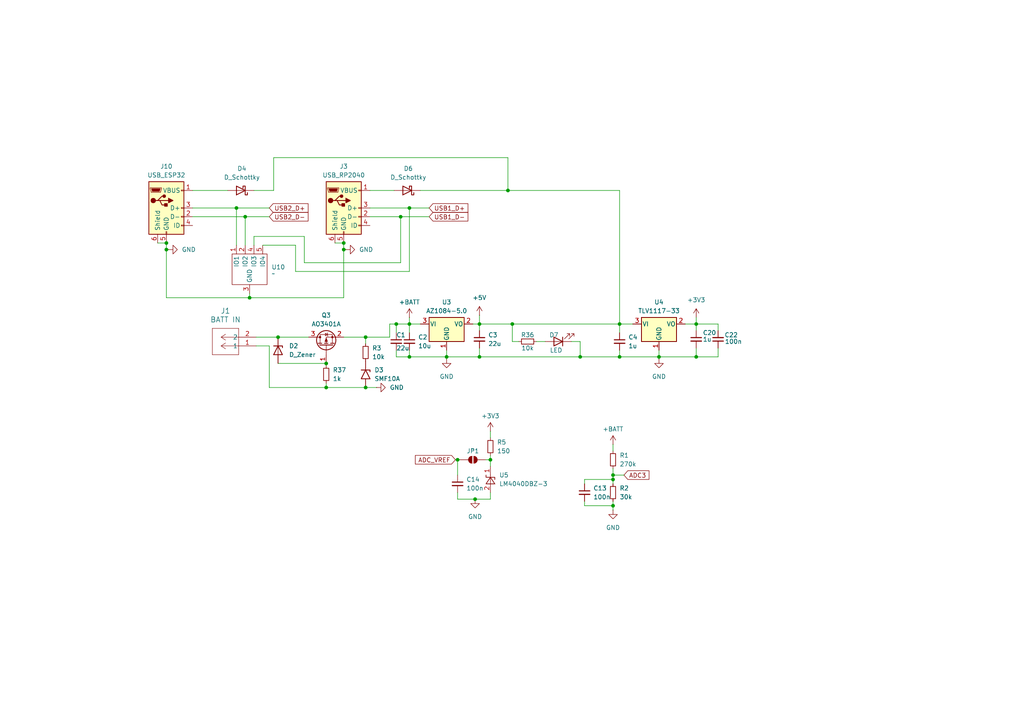
<source format=kicad_sch>
(kicad_sch (version 20231120) (generator "eeschema") (generator_version "8.0")
  (paper "A4")
  (lib_symbols
    (symbol "25SH_B_02_TS:25SH-B-02-TS" (pin_names (offset 0.254))
      (property "Reference" "J" (at 8.89 6.35 0))
      (property "Value" "25SH-B-02-TS" (at 0 0 0))
      (symbol "25SH-B-02-TS_0_1"
        (polyline (pts (xy 5.08 -5.08) (xy 12.7 -5.08)) (stroke (width 0.127)))
        (polyline (pts (xy 5.08 2.54) (xy 5.08 -5.08)) (stroke (width 0.127)))
        (polyline (pts (xy 10.16 -2.54) (xy 5.08 -2.54)) (stroke (width 0.127)))
        (polyline (pts (xy 10.16 -2.54) (xy 8.89 -3.3867)) (stroke (width 0.127)))
        (polyline (pts (xy 10.16 -2.54) (xy 8.89 -1.6933)) (stroke (width 0.127)))
        (polyline (pts (xy 10.16 0) (xy 5.08 0)) (stroke (width 0.127)))
        (polyline (pts (xy 10.16 0) (xy 8.89 -0.8467)) (stroke (width 0.127)))
        (polyline (pts (xy 10.16 0) (xy 8.89 0.8467)) (stroke (width 0.127)))
        (polyline (pts (xy 12.7 -5.08) (xy 12.7 2.54)) (stroke (width 0.127)))
        (polyline (pts (xy 12.7 2.54) (xy 5.08 2.54)) (stroke (width 0.127)))
        (pin unspecified line (at 0 0 0) (length 5.08) (name "1") (number "1"))
        (pin unspecified line (at 0 -2.54 0) (length 5.08) (name "2") (number "2"))
      )
    )
    (symbol "Connector:USB_B_Micro" (pin_names (offset 1.016))
      (property "Reference" "J" (at -5.08 11.43 0))
      (property "Value" "USB_B_Micro" (at -5.08 8.89 0))
      (symbol "USB_B_Micro_0_1"
        (rectangle (start -5.08 -7.62) (end 5.08 7.62) (stroke (width 0.254)) (fill (type background)))
        (circle (center -3.81 2.159) (radius 0.635) (stroke (width 0.254)) (fill (type outline)))
        (circle (center -0.635 3.429) (radius 0.381) (stroke (width 0.254)) (fill (type outline)))
        (rectangle (start -0.127 -7.62) (end 0.127 -6.858))
        (polyline (pts (xy -1.905 2.159) (xy 0.635 2.159)) (stroke (width 0.254)))
        (polyline (pts (xy -3.175 2.159) (xy -2.54 2.159) (xy -1.27 3.429) (xy -0.635 3.429)) (stroke (width 0.254)))
        (polyline (pts (xy -2.54 2.159) (xy -1.905 2.159) (xy -1.27 0.889) (xy 0 0.889)) (stroke (width 0.254)))
        (polyline (pts (xy 0.635 2.794) (xy 0.635 1.524) (xy 1.905 2.159) (xy 0.635 2.794)) (stroke (width 0.254)) (fill (type outline)))
        (polyline (pts (xy -4.318 5.588) (xy -1.778 5.588) (xy -2.032 4.826) (xy -4.064 4.826) (xy -4.318 5.588)) (fill (type outline)))
        (polyline (pts (xy -4.699 5.842) (xy -4.699 5.588) (xy -4.445 4.826) (xy -4.445 4.572) (xy -1.651 4.572) (xy -1.651 4.826) (xy -1.397 5.588) (xy -1.397 5.842) (xy -4.699 5.842)))
        (rectangle (start 0.254 1.27) (end -0.508 0.508) (stroke (width 0.254)) (fill (type outline)))
        (rectangle (start 5.08 -5.207) (end 4.318 -4.953))
        (rectangle (start 5.08 -2.667) (end 4.318 -2.413))
        (rectangle (start 5.08 -0.127) (end 4.318 0.127))
        (rectangle (start 5.08 4.953) (end 4.318 5.207))
      )
      (symbol "USB_B_Micro_1_1"
        (pin power_out line (at 7.62 5.08 180) (length 2.54) (name "VBUS") (number "1"))
        (pin bidirectional line (at 7.62 -2.54 180) (length 2.54) (name "D-") (number "2"))
        (pin bidirectional line (at 7.62 0 180) (length 2.54) (name "D+") (number "3"))
        (pin passive line (at 7.62 -5.08 180) (length 2.54) (name "ID") (number "4"))
        (pin power_out line (at 0 -10.16 90) (length 2.54) (name "GND") (number "5"))
        (pin passive line (at -2.54 -10.16 90) (length 2.54) (name "Shield") (number "6"))
      )
    )
    (symbol "Device:C_Small" (pin_numbers hide) (pin_names (offset 0.254) hide)
      (property "Reference" "C" (at 0.254 1.778 0))
      (property "Value" "C_Small" (at 0.254 -2.032 0))
      (symbol "C_Small_0_1"
        (polyline (pts (xy -1.524 -0.508) (xy 1.524 -0.508)) (stroke (width 0.3302)))
        (polyline (pts (xy -1.524 0.508) (xy 1.524 0.508)) (stroke (width 0.3048)))
      )
      (symbol "C_Small_1_1"
        (pin passive line (at 0 2.54 270) (length 2.032) (name "~") (number "1"))
        (pin passive line (at 0 -2.54 90) (length 2.032) (name "~") (number "2"))
      )
    )
    (symbol "Device:D_Schottky" (pin_numbers hide) (pin_names (offset 1.016) hide)
      (property "Reference" "D" (at 0 2.54 0))
      (property "Value" "D_Schottky" (at 0 -2.54 0))
      (symbol "D_Schottky_0_1"
        (polyline (pts (xy 1.27 0) (xy -1.27 0)))
        (polyline (pts (xy 1.27 1.27) (xy 1.27 -1.27) (xy -1.27 0) (xy 1.27 1.27)) (stroke (width 0.254)))
        (polyline (pts (xy -1.905 0.635) (xy -1.905 1.27) (xy -1.27 1.27) (xy -1.27 -1.27) (xy -0.635 -1.27) (xy -0.635 -0.635)) (stroke (width 0.254)))
      )
      (symbol "D_Schottky_1_1"
        (pin passive line (at -3.81 0 0) (length 2.54) (name "K") (number "1"))
        (pin passive line (at 3.81 0 180) (length 2.54) (name "A") (number "2"))
      )
    )
    (symbol "Device:D_Zener" (pin_numbers hide) (pin_names (offset 1.016) hide)
      (property "Reference" "D" (at 0 2.54 0))
      (property "Value" "D_Zener" (at 0 -2.54 0))
      (symbol "D_Zener_0_1"
        (polyline (pts (xy 1.27 0) (xy -1.27 0)))
        (polyline (pts (xy -1.27 -1.27) (xy -1.27 1.27) (xy -0.762 1.27)) (stroke (width 0.254)))
        (polyline (pts (xy 1.27 -1.27) (xy 1.27 1.27) (xy -1.27 0) (xy 1.27 -1.27)) (stroke (width 0.254)))
      )
      (symbol "D_Zener_1_1"
        (pin passive line (at -3.81 0 0) (length 2.54) (name "K") (number "1"))
        (pin passive line (at 3.81 0 180) (length 2.54) (name "A") (number "2"))
      )
    )
    (symbol "Device:LED" (pin_numbers hide) (pin_names (offset 1.016) hide)
      (property "Reference" "D" (at 0 2.54 0))
      (property "Value" "LED" (at 0 -2.54 0))
      (symbol "LED_0_1"
        (polyline (pts (xy -1.27 -1.27) (xy -1.27 1.27)) (stroke (width 0.254)))
        (polyline (pts (xy -1.27 0) (xy 1.27 0)))
        (polyline (pts (xy 1.27 -1.27) (xy 1.27 1.27) (xy -1.27 0) (xy 1.27 -1.27)) (stroke (width 0.254)))
        (polyline (pts (xy -3.048 -0.762) (xy -4.572 -2.286) (xy -3.81 -2.286) (xy -4.572 -2.286) (xy -4.572 -1.524)))
        (polyline (pts (xy -1.778 -0.762) (xy -3.302 -2.286) (xy -2.54 -2.286) (xy -3.302 -2.286) (xy -3.302 -1.524)))
      )
      (symbol "LED_1_1"
        (pin passive line (at -3.81 0 0) (length 2.54) (name "K") (number "1"))
        (pin passive line (at 3.81 0 180) (length 2.54) (name "A") (number "2"))
      )
    )
    (symbol "Device:R_Small" (pin_numbers hide) (pin_names (offset 0.254) hide)
      (property "Reference" "R" (at 0.762 0.508 0))
      (property "Value" "R_Small" (at 0.762 -1.016 0))
      (symbol "R_Small_0_1"
        (rectangle (start -0.762 1.778) (end 0.762 -1.778) (stroke (width 0.2032)))
      )
      (symbol "R_Small_1_1"
        (pin passive line (at 0 2.54 270) (length 0.762) (name "~") (number "1"))
        (pin passive line (at 0 -2.54 90) (length 0.762) (name "~") (number "2"))
      )
    )
    (symbol "Diode:SMF10A" (pin_numbers hide) (pin_names (offset 1.016) hide)
      (property "Reference" "D" (at 0 2.54 0))
      (property "Value" "SMF10A" (at 0 -2.54 0))
      (symbol "SMF10A_0_1"
        (polyline (pts (xy -0.762 1.27) (xy -1.27 1.27) (xy -1.27 -1.27)) (stroke (width 0.254)))
        (polyline (pts (xy 1.27 1.27) (xy 1.27 -1.27) (xy -1.27 0) (xy 1.27 1.27)) (stroke (width 0.254)))
      )
      (symbol "SMF10A_1_1"
        (pin passive line (at -3.81 0 0) (length 2.54) (name "A1") (number "1"))
        (pin passive line (at 3.81 0 180) (length 2.54) (name "A2") (number "2"))
      )
    )
    (symbol "Jumper:SolderJumper_2_Open" (pin_numbers hide) (pin_names (offset 0) hide) (exclude_from_sim yes) (in_bom no)
      (property "Reference" "JP" (at 0 2.032 0))
      (property "Value" "SolderJumper_2_Open" (at 0 -2.54 0))
      (symbol "SolderJumper_2_Open_0_1"
        (arc (start -0.254 1.016) (mid -1.2656 0) (end -0.254 -1.016))
        (arc (start -0.254 1.016) (mid -1.2656 0) (end -0.254 -1.016) (fill (type outline)))
        (polyline (pts (xy -0.254 1.016) (xy -0.254 -1.016)))
        (polyline (pts (xy 0.254 1.016) (xy 0.254 -1.016)))
        (arc (start 0.254 -1.016) (mid 1.2656 0) (end 0.254 1.016))
        (arc (start 0.254 -1.016) (mid 1.2656 0) (end 0.254 1.016) (fill (type outline)))
      )
      (symbol "SolderJumper_2_Open_1_1"
        (pin passive line (at -3.81 0 0) (length 2.54) (name "A") (number "1"))
        (pin passive line (at 3.81 0 180) (length 2.54) (name "B") (number "2"))
      )
    )
    (symbol "Reference_Voltage:LM4040DBZ-3" (pin_names (offset 0.0254) hide)
      (property "Reference" "U" (at 0 2.54 0))
      (property "Value" "LM4040DBZ-3" (at 0 -3.175 0))
      (symbol "LM4040DBZ-3_0_1"
        (polyline (pts (xy -1.27 0) (xy 0 0) (xy 1.27 0)))
        (polyline (pts (xy -1.27 -1.27) (xy 0.635 0) (xy -1.27 1.27) (xy -1.27 -1.27)) (stroke (width 0.2032)))
        (polyline (pts (xy 0 -1.27) (xy 0.635 -1.27) (xy 0.635 1.27) (xy 1.27 1.27)) (stroke (width 0.2032)))
      )
      (symbol "LM4040DBZ-3_1_1"
        (pin passive line (at 3.81 0 180) (length 2.54) (name "K") (number "1"))
        (pin passive line (at -3.81 0 0) (length 2.54) (name "A") (number "2"))
      )
    )
    (symbol "Regulator_Linear:AZ1084-5.0" (pin_names (offset 0.254))
      (property "Reference" "U" (at -3.81 3.175 0))
      (property "Value" "AZ1084-5.0" (at 0 3.175 0))
      (symbol "AZ1084-5.0_0_1"
        (rectangle (start -5.08 1.905) (end 5.08 -5.08) (stroke (width 0.254)) (fill (type background)))
      )
      (symbol "AZ1084-5.0_1_1"
        (pin power_in line (at 0 -7.62 90) (length 2.54) (name "GND") (number "1"))
        (pin power_out line (at 7.62 0 180) (length 2.54) (name "VO") (number "2"))
        (pin power_in line (at -7.62 0 0) (length 2.54) (name "VI") (number "3"))
      )
    )
    (symbol "Regulator_Linear:TLV1117-33" (pin_names (offset 0.254))
      (property "Reference" "U" (at -3.81 3.175 0))
      (property "Value" "TLV1117-33" (at 0 3.175 0))
      (symbol "TLV1117-33_0_1"
        (rectangle (start -5.08 -5.08) (end 5.08 1.905) (stroke (width 0.254)) (fill (type background)))
      )
      (symbol "TLV1117-33_1_1"
        (pin power_in line (at 0 -7.62 90) (length 2.54) (name "GND") (number "1"))
        (pin power_out line (at 7.62 0 180) (length 2.54) (name "VO") (number "2"))
        (pin power_in line (at -7.62 0 0) (length 2.54) (name "VI") (number "3"))
      )
    )
    (symbol "TVU5VU4S-DFN2510-10LDG:TVU5VU4S-DFN2510-10LDG"
      (property "Reference" "U" (at -2.54 6.35 0))
      (symbol "TVU5VU4S-DFN2510-10LDG_0_1"
        (rectangle (start -5.08 5.08) (end 3.81 -5.08))
      )
      (symbol "TVU5VU4S-DFN2510-10LDG_1_1"
        (pin bidirectional line (at 6.35 3.81 180) (length 2.54) (name "IO1") (number "1"))
        (pin bidirectional line (at 6.35 1.27 180) (length 2.54) (name "IO2") (number "2"))
        (pin passive line (at -7.62 0 0) (length 2.54) (name "GND") (number "3"))
        (pin bidirectional line (at 6.35 -1.27 180) (length 2.54) (name "IO3") (number "4"))
        (pin bidirectional line (at 6.35 -3.81 180) (length 2.54) (name "IO4") (number "5"))
        (pin passive line (at -7.62 0 0) (length 2.54) hide (name "GND") (number "8"))
      )
    )
    (symbol "Transistor_FET:AO3401A" (pin_names hide)
      (property "Reference" "Q" (at 5.08 1.905 0))
      (property "Value" "AO3401A" (at 5.08 0 0))
      (symbol "AO3401A_0_1"
        (polyline (pts (xy 0.254 0) (xy -2.54 0)))
        (polyline (pts (xy 0.254 1.905) (xy 0.254 -1.905)) (stroke (width 0.254)))
        (polyline (pts (xy 0.762 -1.27) (xy 0.762 -2.286)) (stroke (width 0.254)))
        (polyline (pts (xy 0.762 0.508) (xy 0.762 -0.508)) (stroke (width 0.254)))
        (polyline (pts (xy 0.762 2.286) (xy 0.762 1.27)) (stroke (width 0.254)))
        (polyline (pts (xy 2.54 2.54) (xy 2.54 1.778)))
        (polyline (pts (xy 2.54 -2.54) (xy 2.54 0) (xy 0.762 0)))
        (polyline (pts (xy 0.762 1.778) (xy 3.302 1.778) (xy 3.302 -1.778) (xy 0.762 -1.778)))
        (polyline (pts (xy 2.286 0) (xy 1.27 0.381) (xy 1.27 -0.381) (xy 2.286 0)) (fill (type outline)))
        (polyline (pts (xy 2.794 -0.508) (xy 2.921 -0.381) (xy 3.683 -0.381) (xy 3.81 -0.254)))
        (polyline (pts (xy 3.302 -0.381) (xy 2.921 0.254) (xy 3.683 0.254) (xy 3.302 -0.381)))
        (circle (center 1.651 0) (radius 2.794) (stroke (width 0.254)))
        (circle (center 2.54 -1.778) (radius 0.254) (fill (type outline)))
        (circle (center 2.54 1.778) (radius 0.254) (fill (type outline)))
      )
      (symbol "AO3401A_1_1"
        (pin input line (at -5.08 0 0) (length 2.54) (name "G") (number "1"))
        (pin passive line (at 2.54 -5.08 90) (length 2.54) (name "S") (number "2"))
        (pin passive line (at 2.54 5.08 270) (length 2.54) (name "D") (number "3"))
      )
    )
    (symbol "power:+3V3" (power) (pin_numbers hide) (pin_names (offset 0) hide)
      (property "Value" "+3V3" (at 0 3.556 0))
      (symbol "+3V3_0_1"
        (polyline (pts (xy -0.762 1.27) (xy 0 2.54)))
        (polyline (pts (xy 0 0) (xy 0 2.54)))
        (polyline (pts (xy 0 2.54) (xy 0.762 1.27)))
      )
      (symbol "+3V3_1_1"
        (pin power_in line (at 0 0 90) (length 0) (name "~") (number "1"))
      )
    )
    (symbol "power:+5V" (power) (pin_numbers hide) (pin_names (offset 0) hide)
      (property "Value" "+5V" (at 0 3.556 0))
      (symbol "+5V_0_1"
        (polyline (pts (xy -0.762 1.27) (xy 0 2.54)))
        (polyline (pts (xy 0 0) (xy 0 2.54)))
        (polyline (pts (xy 0 2.54) (xy 0.762 1.27)))
      )
      (symbol "+5V_1_1"
        (pin power_in line (at 0 0 90) (length 0) (name "~") (number "1"))
      )
    )
    (symbol "power:+BATT" (power) (pin_numbers hide) (pin_names (offset 0) hide)
      (property "Value" "+BATT" (at 0 3.556 0))
      (symbol "+BATT_0_1"
        (polyline (pts (xy -0.762 1.27) (xy 0 2.54)))
        (polyline (pts (xy 0 0) (xy 0 2.54)))
        (polyline (pts (xy 0 2.54) (xy 0.762 1.27)))
      )
      (symbol "+BATT_1_1"
        (pin power_in line (at 0 0 90) (length 0) (name "~") (number "1"))
      )
    )
    (symbol "power:GND" (power) (pin_numbers hide) (pin_names (offset 0) hide)
      (property "Value" "GND" (at 0 -3.81 0))
      (symbol "GND_0_1"
        (polyline (pts (xy 0 0) (xy 0 -1.27) (xy 1.27 -1.27) (xy 0 -2.54) (xy -1.27 -1.27) (xy 0 -1.27)))
      )
      (symbol "GND_1_1"
        (pin power_in line (at 0 0 270) (length 0) (name "~") (number "1"))
      )
    )
  )
  (junction (at 129.54 103.505))
  (junction (at 137.795 144.78))
  (junction (at 99.695 72.39))
  (junction (at 106.045 97.79))
  (junction (at 94.615 105.41))
  (junction (at 139.065 93.98))
  (junction (at 99.695 70.485))
  (junction (at 168.275 103.505))
  (junction (at 48.26 70.485))
  (junction (at 80.645 97.79))
  (junction (at 201.93 103.505))
  (junction (at 191.135 103.505))
  (junction (at 118.745 60.325))
  (junction (at 139.065 103.505))
  (junction (at 72.39 86.36))
  (junction (at 118.745 103.505))
  (junction (at 142.24 133.35))
  (junction (at 106.045 112.395))
  (junction (at 71.12 62.865))
  (junction (at 179.705 103.505))
  (junction (at 148.59 93.98))
  (junction (at 48.26 72.39))
  (junction (at 94.615 112.395))
  (junction (at 177.8 137.795))
  (junction (at 177.8 139.065))
  (junction (at 118.745 93.98))
  (junction (at 147.32 55.245))
  (junction (at 177.8 146.685))
  (junction (at 68.58 60.325))
  (junction (at 132.715 133.35))
  (junction (at 114.935 93.98))
  (junction (at 116.205 62.865))
  (junction (at 179.705 93.98))
  (junction (at 201.93 93.98))
  (wire (pts (xy 129.54 103.505) (xy 139.065 103.505)))
  (wire (pts (xy 201.93 100.965) (xy 201.93 103.505)))
  (wire (pts (xy 169.545 146.685) (xy 177.8 146.685)))
  (wire (pts (xy 132.08 133.35) (xy 132.715 133.35)))
  (wire (pts (xy 177.8 146.685) (xy 177.8 147.955)))
  (wire (pts (xy 85.725 71.12) (xy 85.725 78.74)))
  (wire (pts (xy 148.59 93.98) (xy 179.705 93.98)))
  (wire (pts (xy 140.97 133.35) (xy 142.24 133.35)))
  (wire (pts (xy 147.32 45.72) (xy 147.32 55.245)))
  (wire (pts (xy 169.545 139.065) (xy 169.545 140.335)))
  (wire (pts (xy 169.545 139.065) (xy 177.8 139.065)))
  (wire (pts (xy 80.645 105.41) (xy 94.615 105.41)))
  (wire (pts (xy 94.615 112.395) (xy 106.045 112.395)))
  (wire (pts (xy 177.8 145.415) (xy 177.8 146.685)))
  (wire (pts (xy 113.03 93.98) (xy 114.935 93.98)))
  (wire (pts (xy 169.545 145.415) (xy 169.545 146.685)))
  (wire (pts (xy 97.155 70.485) (xy 99.695 70.485)))
  (wire (pts (xy 118.745 60.325) (xy 107.315 60.325)))
  (wire (pts (xy 48.26 72.39) (xy 48.26 70.485)))
  (wire (pts (xy 124.46 62.865) (xy 116.205 62.865)))
  (wire (pts (xy 139.065 91.44) (xy 139.065 93.98)))
  (wire (pts (xy 208.28 95.885) (xy 208.28 93.98)))
  (wire (pts (xy 179.705 55.245) (xy 179.705 93.98)))
  (wire (pts (xy 78.105 100.33) (xy 74.295 100.33)))
  (wire (pts (xy 78.105 62.865) (xy 71.12 62.865)))
  (wire (pts (xy 116.205 76.2) (xy 116.205 62.865)))
  (wire (pts (xy 73.66 68.58) (xy 88.265 68.58)))
  (wire (pts (xy 118.745 103.505) (xy 129.54 103.505)))
  (wire (pts (xy 191.135 104.14) (xy 191.135 103.505)))
  (wire (pts (xy 121.92 55.245) (xy 147.32 55.245)))
  (wire (pts (xy 208.28 100.965) (xy 208.28 103.505)))
  (wire (pts (xy 116.205 62.865) (xy 107.315 62.865)))
  (wire (pts (xy 129.54 104.14) (xy 129.54 103.505)))
  (wire (pts (xy 99.695 86.36) (xy 99.695 72.39)))
  (wire (pts (xy 85.725 78.74) (xy 118.745 78.74)))
  (wire (pts (xy 118.745 93.98) (xy 121.92 93.98)))
  (wire (pts (xy 79.375 45.72) (xy 147.32 45.72)))
  (wire (pts (xy 113.03 97.79) (xy 113.03 93.98)))
  (wire (pts (xy 78.105 112.395) (xy 78.105 100.33)))
  (wire (pts (xy 106.045 99.695) (xy 106.045 97.79)))
  (wire (pts (xy 150.495 99.06) (xy 148.59 99.06)))
  (wire (pts (xy 114.935 93.98) (xy 118.745 93.98)))
  (wire (pts (xy 107.315 55.245) (xy 114.3 55.245)))
  (wire (pts (xy 142.24 125.095) (xy 142.24 127)))
  (wire (pts (xy 79.375 55.245) (xy 79.375 45.72)))
  (wire (pts (xy 139.065 100.965) (xy 139.065 103.505)))
  (wire (pts (xy 168.275 103.505) (xy 179.705 103.505)))
  (wire (pts (xy 148.59 99.06) (xy 148.59 93.98)))
  (wire (pts (xy 177.8 137.795) (xy 177.8 139.065)))
  (wire (pts (xy 165.735 99.06) (xy 168.275 99.06)))
  (wire (pts (xy 132.715 133.35) (xy 133.35 133.35)))
  (wire (pts (xy 72.39 85.09) (xy 72.39 86.36)))
  (wire (pts (xy 100.33 72.39) (xy 99.695 72.39)))
  (wire (pts (xy 79.375 55.245) (xy 73.66 55.245)))
  (wire (pts (xy 114.935 103.505) (xy 118.745 103.505)))
  (wire (pts (xy 177.8 128.905) (xy 177.8 130.81)))
  (wire (pts (xy 76.2 71.12) (xy 85.725 71.12)))
  (wire (pts (xy 191.135 103.505) (xy 191.135 101.6)))
  (wire (pts (xy 142.24 144.78) (xy 142.24 142.875)))
  (wire (pts (xy 80.645 97.79) (xy 89.535 97.79)))
  (wire (pts (xy 118.745 96.52) (xy 118.745 93.98)))
  (wire (pts (xy 180.975 137.795) (xy 177.8 137.795)))
  (wire (pts (xy 132.715 142.875) (xy 132.715 144.78)))
  (wire (pts (xy 73.66 71.12) (xy 73.66 68.58)))
  (wire (pts (xy 68.58 60.325) (xy 55.88 60.325)))
  (wire (pts (xy 137.16 93.98) (xy 139.065 93.98)))
  (wire (pts (xy 179.705 103.505) (xy 191.135 103.505)))
  (wire (pts (xy 72.39 86.36) (xy 99.695 86.36)))
  (wire (pts (xy 118.745 92.075) (xy 118.745 93.98)))
  (wire (pts (xy 114.935 101.6) (xy 114.935 103.505)))
  (wire (pts (xy 139.065 103.505) (xy 168.275 103.505)))
  (wire (pts (xy 48.26 86.36) (xy 48.26 72.39)))
  (wire (pts (xy 137.795 144.78) (xy 142.24 144.78)))
  (wire (pts (xy 68.58 60.325) (xy 68.58 71.12)))
  (wire (pts (xy 78.105 112.395) (xy 94.615 112.395)))
  (wire (pts (xy 55.88 55.245) (xy 66.04 55.245)))
  (wire (pts (xy 179.705 55.245) (xy 147.32 55.245)))
  (wire (pts (xy 179.705 93.98) (xy 179.705 96.52)))
  (wire (pts (xy 45.72 70.485) (xy 48.26 70.485)))
  (wire (pts (xy 155.575 99.06) (xy 158.115 99.06)))
  (wire (pts (xy 201.93 93.98) (xy 201.93 95.885)))
  (wire (pts (xy 114.935 93.98) (xy 114.935 96.52)))
  (wire (pts (xy 129.54 103.505) (xy 129.54 101.6)))
  (wire (pts (xy 201.93 103.505) (xy 191.135 103.505)))
  (wire (pts (xy 142.24 133.35) (xy 142.24 135.255)))
  (wire (pts (xy 124.46 60.325) (xy 118.745 60.325)))
  (wire (pts (xy 72.39 86.36) (xy 48.26 86.36)))
  (wire (pts (xy 208.28 93.98) (xy 201.93 93.98)))
  (wire (pts (xy 106.045 112.395) (xy 109.22 112.395)))
  (wire (pts (xy 118.745 78.74) (xy 118.745 60.325)))
  (wire (pts (xy 139.065 93.98) (xy 148.59 93.98)))
  (wire (pts (xy 132.715 133.35) (xy 132.715 137.795)))
  (wire (pts (xy 94.615 105.41) (xy 94.615 106.045)))
  (wire (pts (xy 106.045 97.79) (xy 113.03 97.79)))
  (wire (pts (xy 88.265 76.2) (xy 116.205 76.2)))
  (wire (pts (xy 88.265 68.58) (xy 88.265 76.2)))
  (wire (pts (xy 168.275 99.06) (xy 168.275 103.505)))
  (wire (pts (xy 99.695 97.79) (xy 106.045 97.79)))
  (wire (pts (xy 142.24 132.08) (xy 142.24 133.35)))
  (wire (pts (xy 208.28 103.505) (xy 201.93 103.505)))
  (wire (pts (xy 179.705 101.6) (xy 179.705 103.505)))
  (wire (pts (xy 177.8 135.89) (xy 177.8 137.795)))
  (wire (pts (xy 99.695 72.39) (xy 99.695 70.485)))
  (wire (pts (xy 94.615 111.125) (xy 94.615 112.395)))
  (wire (pts (xy 71.12 62.865) (xy 55.88 62.865)))
  (wire (pts (xy 48.895 72.39) (xy 48.26 72.39)))
  (wire (pts (xy 139.065 93.98) (xy 139.065 95.885)))
  (wire (pts (xy 132.715 144.78) (xy 137.795 144.78)))
  (wire (pts (xy 177.8 140.335) (xy 177.8 139.065)))
  (wire (pts (xy 198.755 93.98) (xy 201.93 93.98)))
  (wire (pts (xy 74.295 97.79) (xy 80.645 97.79)))
  (wire (pts (xy 78.105 60.325) (xy 68.58 60.325)))
  (wire (pts (xy 118.745 101.6) (xy 118.745 103.505)))
  (wire (pts (xy 179.705 93.98) (xy 183.515 93.98)))
  (wire (pts (xy 201.93 92.075) (xy 201.93 93.98)))
  (wire (pts (xy 71.12 62.865) (xy 71.12 71.12)))
  (global_label "ADC_VREF" (shape input) (at 132.08 133.35 180) (property "Intersheetrefs" "${INTERSHEET_REFS}" (effects (hide yes))))
  (global_label "USB2_D+" (shape input) (at 78.105 60.325 0) (property "Intersheetrefs" "${INTERSHEET_REFS}" (effects (hide yes))))
  (global_label "USB2_D-" (shape input) (at 78.105 62.865 0) (property "Intersheetrefs" "${INTERSHEET_REFS}" (effects (hide yes))))
  (global_label "USB1_D+" (shape input) (at 124.46 60.325 0) (property "Intersheetrefs" "${INTERSHEET_REFS}" (effects (hide yes))))
  (global_label "ADC3" (shape input) (at 180.975 137.795 0) (property "Intersheetrefs" "${INTERSHEET_REFS}" (effects (hide yes))))
  (global_label "USB1_D-" (shape input) (at 124.46 62.865 0) (property "Intersheetrefs" "${INTERSHEET_REFS}" (effects (hide yes))))
  (symbol (lib_id "power:GND") (at 109.22 112.395 90) (unit 1)
    (property "Reference" "#PWR03" (effects (hide yes)))
    (property "Value" "GND" (at 113.03 112.3949 90) (effects (justify right)))
    (property "Description" "Power symbol creates a global label with name \"GND\" , ground" (effects (hide yes)))
  )
  (symbol (lib_id "Device:R_Small") (at 153.035 99.06 90) (unit 1)
    (property "Reference" "R36" (at 153.035 97.155 90))
    (property "Value" "10k" (at 153.035 100.965 90))
    (property "Footprint" "Resistor_SMD:R_0603_1608Metric_Pad0.98x0.95mm_HandSolder" (effects (hide yes)))
    (property "Description" "Resistor, small symbol" (effects (hide yes)))
  )
  (symbol (lib_id "power:GND") (at 137.795 144.78 0) (unit 1)
    (property "Reference" "#PWR019" (effects (hide yes)))
    (property "Value" "GND" (at 137.795 149.86 0))
    (property "Description" "Power symbol creates a global label with name \"GND\" , ground" (effects (hide yes)))
  )
  (symbol (lib_id "Device:R_Small") (at 142.24 129.54 0) (unit 1)
    (property "Reference" "R5" (at 144.145 128.2699 0) (effects (justify left)))
    (property "Value" "150" (at 144.145 130.8099 0) (effects (justify left)))
    (property "Footprint" "Resistor_SMD:R_0603_1608Metric_Pad0.98x0.95mm_HandSolder" (effects (hide yes)))
    (property "Description" "Resistor, small symbol" (effects (hide yes)))
  )
  (symbol (lib_id "TVU5VU4S-DFN2510-10LDG:TVU5VU4S-DFN2510-10LDG") (at 72.39 77.47 90) (unit 1)
    (property "Reference" "U10" (at 78.74 77.4699 90) (effects (justify right)))
    (property "Value" "~" (at 78.74 79.375 90) (effects (justify right)))
    (property "Footprint" "10-UFDNF:10-UFDNF(2.5mm-1mm)" (effects (hide yes)))
  )
  (symbol (lib_id "power:+3V3") (at 201.93 92.075 0) (unit 1)
    (property "Reference" "#PWR014" (effects (hide yes)))
    (property "Value" "+3V3" (at 201.93 86.995 0))
    (property "Description" "Power symbol creates a global label with name \"+3V3\"" (effects (hide yes)))
  )
  (symbol (lib_id "Device:R_Small") (at 106.045 102.235 0) (unit 1)
    (property "Reference" "R3" (at 107.95 100.9649 0) (effects (justify left)))
    (property "Value" "10k" (at 107.95 103.5049 0) (effects (justify left)))
    (property "Footprint" "Resistor_SMD:R_0603_1608Metric_Pad0.98x0.95mm_HandSolder" (effects (hide yes)))
    (property "Description" "Resistor, small symbol" (effects (hide yes)))
  )
  (symbol (lib_id "Device:R_Small") (at 177.8 133.35 0) (unit 1)
    (property "Reference" "R1" (at 179.705 132.0799 0) (effects (justify left)))
    (property "Value" "270k" (at 179.705 134.6199 0) (effects (justify left)))
    (property "Footprint" "Resistor_SMD:R_0603_1608Metric_Pad0.98x0.95mm_HandSolder" (effects (hide yes)))
    (property "Description" "Resistor, small symbol" (effects (hide yes)))
  )
  (symbol (lib_id "Connector:USB_B_Micro") (at 48.26 60.325 0) (unit 1)
    (property "Reference" "J10" (at 48.26 48.26 0))
    (property "Value" "USB_ESP32" (at 48.26 50.8 0))
    (property "Footprint" "Connector_USB:USB_Micro-B_Amphenol_10118194_Horizontal" (effects (hide yes)))
    (property "Description" "USB Micro Type B connector" (effects (hide yes)))
  )
  (symbol (lib_id "Device:C_Small") (at 169.545 142.875 0) (unit 1)
    (property "Reference" "C13" (at 172.085 141.6112 0) (effects (justify left)))
    (property "Value" "100n" (at 172.085 144.1512 0) (effects (justify left)))
    (property "Footprint" "Capacitor_SMD:C_0603_1608Metric_Pad1.08x0.95mm_HandSolder" (effects (hide yes)))
    (property "Description" "Unpolarized capacitor, small symbol" (effects (hide yes)))
  )
  (symbol (lib_id "Device:D_Schottky") (at 118.11 55.245 180) (unit 1)
    (property "Reference" "D6" (at 118.4275 48.895 0))
    (property "Value" "D_Schottky" (at 118.4275 51.435 0))
    (property "Footprint" "Diode_SMD:D_SOD-323_HandSoldering" (effects (hide yes)))
    (property "Description" "Schottky diode" (effects (hide yes)))
  )
  (symbol (lib_id "Device:C_Small") (at 118.745 99.06 0) (unit 1)
    (property "Reference" "C2" (at 121.285 97.7962 0) (effects (justify left)))
    (property "Value" "10u" (at 121.285 100.3362 0) (effects (justify left)))
    (property "Footprint" "Capacitor_SMD:C_0603_1608Metric_Pad1.08x0.95mm_HandSolder" (effects (hide yes)))
    (property "Description" "Unpolarized capacitor, small symbol" (effects (hide yes)))
  )
  (symbol (lib_id "Reference_Voltage:LM4040DBZ-3") (at 142.24 139.065 90) (unit 1)
    (property "Reference" "U5" (at 144.78 137.7949 90) (effects (justify right)))
    (property "Value" "LM4040DBZ-3" (at 144.78 140.3349 90) (effects (justify right)))
    (property "Footprint" "Package_TO_SOT_SMD:SOT-23" (effects (hide yes)))
    (property "Datasheet" "http://www.ti.com/lit/ds/symlink/lm4040-n.pdf" (effects (hide yes)))
    (property "Description" "3.000V Precision Micropower Shunt Voltage Reference, SOT-23" (effects (hide yes)))
  )
  (symbol (lib_id "power:+3V3") (at 142.24 125.095 0) (unit 1)
    (property "Reference" "#PWR020" (effects (hide yes)))
    (property "Value" "+3V3" (at 142.24 120.65 0))
    (property "Description" "Power symbol creates a global label with name \"+3V3\"" (effects (hide yes)))
  )
  (symbol (lib_id "power:GND") (at 191.135 104.14 0) (unit 1)
    (property "Reference" "#PWR07" (effects (hide yes)))
    (property "Value" "GND" (at 191.135 109.22 0))
    (property "Description" "Power symbol creates a global label with name \"GND\" , ground" (effects (hide yes)))
  )
  (symbol (lib_id "Device:C_Small") (at 179.705 99.06 0) (unit 1)
    (property "Reference" "C4" (at 182.245 97.7962 0) (effects (justify left)))
    (property "Value" "1u" (at 182.245 100.3362 0) (effects (justify left)))
    (property "Footprint" "Capacitor_SMD:C_0603_1608Metric_Pad1.08x0.95mm_HandSolder" (effects (hide yes)))
    (property "Description" "Unpolarized capacitor, small symbol" (effects (hide yes)))
  )
  (symbol (lib_id "Transistor_FET:AO3401A") (at 94.615 100.33 90) (unit 1)
    (property "Reference" "Q3" (at 94.615 91.44 90))
    (property "Value" "AO3401A" (at 94.615 93.98 90))
    (property "Footprint" "Package_TO_SOT_SMD:SOT-23_Handsoldering" (effects (hide yes)))
    (property "Datasheet" "http://www.aosmd.com/pdfs/datasheet/AO3401A.pdf" (effects (hide yes)))
    (property "Description" "-4.0A Id, -30V Vds, P-Channel MOSFET, SOT-23" (effects (hide yes)))
  )
  (symbol (lib_id "power:GND") (at 177.8 147.955 0) (unit 1)
    (property "Reference" "#PWR016" (effects (hide yes)))
    (property "Value" "GND" (at 177.8 153.035 0))
    (property "Description" "Power symbol creates a global label with name \"GND\" , ground" (effects (hide yes)))
  )
  (symbol (lib_id "Device:C_Small") (at 114.935 99.06 0) (unit 1)
    (property "Reference" "C1" (at 114.935 97.155 0) (effects (justify left)))
    (property "Value" "22u" (at 114.935 100.965 0) (effects (justify left)))
    (property "Footprint" "Capacitor_SMD:C_0603_1608Metric_Pad1.08x0.95mm_HandSolder" (effects (hide yes)))
    (property "Description" "Unpolarized capacitor, small symbol" (effects (hide yes)))
  )
  (symbol (lib_id "Device:D_Zener") (at 80.645 101.6 270) (unit 1)
    (property "Reference" "D2" (at 83.82 100.3299 90) (effects (justify left)))
    (property "Value" "D_Zener" (at 83.82 102.8699 90) (effects (justify left)))
    (property "Footprint" "Diode_SMD:D_SOD-123" (effects (hide yes)))
    (property "Description" "Zener diode" (effects (hide yes)))
  )
  (symbol (lib_id "power:GND") (at 100.33 72.39 90) (unit 1)
    (property "Reference" "#PWR02" (effects (hide yes)))
    (property "Value" "GND" (at 104.14 72.3899 90) (effects (justify right)))
    (property "Description" "Power symbol creates a global label with name \"GND\" , ground" (effects (hide yes)))
  )
  (symbol (lib_id "Jumper:SolderJumper_2_Open") (at 137.16 133.35 0) (unit 1) (exclude_from_sim yes) (in_bom no)
    (property "Reference" "JP1" (at 137.16 130.81 0))
    (property "Value" "~" (at 137.16 130.175 0))
    (property "Footprint" "Jumper:SolderJumper-2_P1.3mm_Open_TrianglePad1.0x1.5mm" (effects (hide yes)))
    (property "Description" "Solder Jumper, 2-pole, open" (effects (hide yes)))
  )
  (symbol (lib_id "Device:C_Small") (at 139.065 98.425 0) (unit 1)
    (property "Reference" "C3" (at 141.605 97.1612 0) (effects (justify left)))
    (property "Value" "22u" (at 141.605 99.7012 0) (effects (justify left)))
    (property "Footprint" "Capacitor_SMD:C_0603_1608Metric_Pad1.08x0.95mm_HandSolder" (effects (hide yes)))
    (property "Description" "Unpolarized capacitor, small symbol" (effects (hide yes)))
  )
  (symbol (lib_id "power:GND") (at 129.54 104.14 0) (unit 1)
    (property "Reference" "#PWR05" (effects (hide yes)))
    (property "Value" "GND" (at 129.54 109.22 0))
    (property "Description" "Power symbol creates a global label with name \"GND\" , ground" (effects (hide yes)))
  )
  (symbol (lib_id "Device:R_Small") (at 177.8 142.875 0) (unit 1)
    (property "Reference" "R2" (at 179.705 141.6049 0) (effects (justify left)))
    (property "Value" "30k" (at 179.705 144.1449 0) (effects (justify left)))
    (property "Footprint" "Resistor_SMD:R_0603_1608Metric_Pad0.98x0.95mm_HandSolder" (effects (hide yes)))
    (property "Description" "Resistor, small symbol" (effects (hide yes)))
  )
  (symbol (lib_id "Device:C_Small") (at 201.93 98.425 0) (unit 1)
    (property "Reference" "C20" (at 203.835 96.52 0) (effects (justify left)))
    (property "Value" "1u" (at 203.835 98.425 0) (effects (justify left)))
    (property "Footprint" "Capacitor_SMD:C_0603_1608Metric_Pad1.08x0.95mm_HandSolder" (effects (hide yes)))
    (property "Description" "Unpolarized capacitor, small symbol" (effects (hide yes)))
  )
  (symbol (lib_id "25SH_B_02_TS:25SH-B-02-TS") (at 74.295 100.33 180) (unit 1)
    (property "Reference" "J1" (at 65.405 90.17 0) (effects (font (size 1.524 1.524))))
    (property "Value" "BATT IN" (at 65.405 92.71 0) (effects (font (size 1.524 1.524))))
    (property "Footprint" "25SH_B_02_TS:CONN2_H-B-02-TS_ADM" (effects (hide yes)))
    (property "Datasheet" "25SH-B-02-TS" (effects (hide yes)))
  )
  (symbol (lib_id "Device:LED") (at 161.925 99.06 180) (unit 1)
    (property "Reference" "D7" (at 160.655 97.155 0))
    (property "Value" "LED" (at 161.29 101.6 0))
    (property "Footprint" "LED_SMD:LED_0603_1608Metric_Pad1.05x0.95mm_HandSolder" (effects (hide yes)))
    (property "Description" "Light emitting diode" (effects (hide yes)))
  )
  (symbol (lib_id "power:+5V") (at 139.065 91.44 0) (unit 1)
    (property "Reference" "#PWR06" (effects (hide yes)))
    (property "Value" "+5V" (at 139.065 86.36 0))
    (property "Description" "Power symbol creates a global label with name \"+5V\"" (effects (hide yes)))
  )
  (symbol (lib_id "power:+BATT") (at 177.8 128.905 0) (unit 1)
    (property "Reference" "#PWR015" (effects (hide yes)))
    (property "Value" "+BATT" (at 177.8 124.46 0))
    (property "Description" "Power symbol creates a global label with name \"+BATT\"" (effects (hide yes)))
  )
  (symbol (lib_id "power:+BATT") (at 118.745 92.075 0) (unit 1)
    (property "Reference" "#PWR04" (effects (hide yes)))
    (property "Value" "+BATT" (at 118.745 87.63 0))
    (property "Description" "Power symbol creates a global label with name \"+BATT\"" (effects (hide yes)))
  )
  (symbol (lib_id "Diode:SMF10A") (at 106.045 108.585 270) (unit 1)
    (property "Reference" "D3" (at 108.585 107.3149 90) (effects (justify left)))
    (property "Value" "SMF10A" (at 108.585 109.8549 90) (effects (justify left)))
    (property "Footprint" "Diode_SMD:D_SMF" (effects (hide yes)))
    (property "Datasheet" "https://www.vishay.com/doc?85881" (effects (hide yes)))
    (property "Description" "200W unidirectional Transil Transient Voltage Suppressor, 10Vrwm, SMF" (effects (hide yes)))
  )
  (symbol (lib_id "Device:C_Small") (at 132.715 140.335 0) (unit 1)
    (property "Reference" "C14" (at 135.255 139.0712 0) (effects (justify left)))
    (property "Value" "100n" (at 135.255 141.6112 0) (effects (justify left)))
    (property "Footprint" "Capacitor_SMD:C_0603_1608Metric_Pad1.08x0.95mm_HandSolder" (effects (hide yes)))
    (property "Description" "Unpolarized capacitor, small symbol" (effects (hide yes)))
  )
  (symbol (lib_id "Device:R_Small") (at 94.615 108.585 0) (unit 1)
    (property "Reference" "R37" (at 96.52 107.3149 0) (effects (justify left)))
    (property "Value" "1k" (at 96.52 109.8549 0) (effects (justify left)))
    (property "Footprint" "Resistor_SMD:R_0603_1608Metric_Pad0.98x0.95mm_HandSolder" (effects (hide yes)))
    (property "Description" "Resistor, small symbol" (effects (hide yes)))
  )
  (symbol (lib_id "Connector:USB_B_Micro") (at 99.695 60.325 0) (unit 1)
    (property "Reference" "J3" (at 99.695 48.26 0))
    (property "Value" "USB_RP2040" (at 99.695 50.8 0))
    (property "Footprint" "Connector_USB:USB_Micro-B_Amphenol_10118194_Horizontal" (effects (hide yes)))
    (property "Description" "USB Micro Type B connector" (effects (hide yes)))
  )
  (symbol (lib_id "power:GND") (at 48.895 72.39 90) (unit 1)
    (property "Reference" "#PWR0201" (effects (hide yes)))
    (property "Value" "GND" (at 52.705 72.3899 90) (effects (justify right)))
    (property "Description" "Power symbol creates a global label with name \"GND\" , ground" (effects (hide yes)))
  )
  (symbol (lib_id "Device:C_Small") (at 208.28 98.425 180) (unit 1)
    (property "Reference" "C22" (at 212.09 97.155 0))
    (property "Value" "100n" (at 212.725 99.06 0))
    (property "Footprint" "Capacitor_SMD:C_0603_1608Metric_Pad1.08x0.95mm_HandSolder" (effects (hide yes)))
    (property "Description" "Unpolarized capacitor, small symbol" (effects (hide yes)))
  )
  (symbol (lib_id "Regulator_Linear:AZ1084-5.0") (at 129.54 93.98 0) (unit 1)
    (property "Reference" "U3" (at 129.54 87.63 0))
    (property "Value" "AZ1084-5.0" (at 129.54 90.17 0))
    (property "Footprint" "Package_TO_SOT_SMD:TO-252-3_TabPin2" (effects (hide yes)))
    (property "Datasheet" "https://www.diodes.com/assets/Datasheets/AZ1084.pdf" (effects (hide yes)))
    (property "Description" "5A 12V Fixed LDO Linear Regulator, 1.5V, TO-220/TO-252/TO-263" (effects (hide yes)))
  )
  (symbol (lib_id "Regulator_Linear:TLV1117-33") (at 191.135 93.98 0) (unit 1)
    (property "Reference" "U4" (at 191.135 87.63 0))
    (property "Value" "TLV1117-33" (at 191.135 90.17 0))
    (property "Footprint" "Package_TO_SOT_SMD:SOT-223-3_TabPin2" (effects (hide yes)))
    (property "Datasheet" "http://www.ti.com/lit/ds/symlink/tlv1117.pdf" (effects (hide yes)))
    (property "Description" "800mA Low-Dropout Linear Regulator, 3.3V fixed output, TO-220/TO-252/TO-263/SOT-223" (effects (hide yes)))
  )
  (symbol (lib_id "Device:D_Schottky") (at 69.85 55.245 180) (unit 1)
    (property "Reference" "D4" (at 70.1675 48.895 0))
    (property "Value" "D_Schottky" (at 70.1675 51.435 0))
    (property "Footprint" "Diode_SMD:D_SOD-323_HandSoldering" (effects (hide yes)))
    (property "Description" "Schottky diode" (effects (hide yes)))
  )
)
</source>
